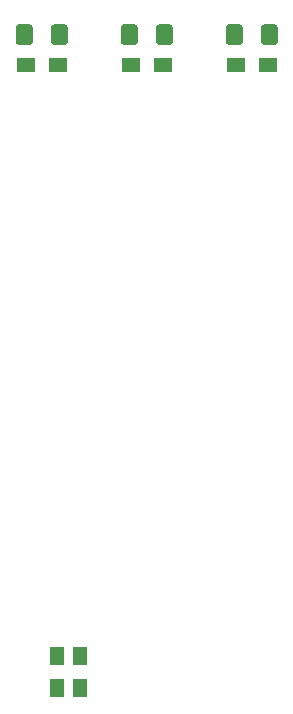
<source format=gbr>
G04 #@! TF.GenerationSoftware,KiCad,Pcbnew,(5.1.7)-1*
G04 #@! TF.CreationDate,2021-01-23T01:49:41+01:00*
G04 #@! TF.ProjectId,espbreakout,65737062-7265-4616-9b6f-75742e6b6963,rev?*
G04 #@! TF.SameCoordinates,Original*
G04 #@! TF.FileFunction,Paste,Top*
G04 #@! TF.FilePolarity,Positive*
%FSLAX46Y46*%
G04 Gerber Fmt 4.6, Leading zero omitted, Abs format (unit mm)*
G04 Created by KiCad (PCBNEW (5.1.7)-1) date 2021-01-23 01:49:41*
%MOMM*%
%LPD*%
G01*
G04 APERTURE LIST*
%ADD10R,1.500000X1.300000*%
%ADD11R,1.300000X1.500000*%
G04 APERTURE END LIST*
D10*
X47070000Y-16500000D03*
X44370000Y-16500000D03*
G36*
G01*
X44945000Y-13345000D02*
X44945000Y-14595000D01*
G75*
G02*
X44695000Y-14845000I-250000J0D01*
G01*
X43770000Y-14845000D01*
G75*
G02*
X43520000Y-14595000I0J250000D01*
G01*
X43520000Y-13345000D01*
G75*
G02*
X43770000Y-13095000I250000J0D01*
G01*
X44695000Y-13095000D01*
G75*
G02*
X44945000Y-13345000I0J-250000D01*
G01*
G37*
G36*
G01*
X47920000Y-13345000D02*
X47920000Y-14595000D01*
G75*
G02*
X47670000Y-14845000I-250000J0D01*
G01*
X46745000Y-14845000D01*
G75*
G02*
X46495000Y-14595000I0J250000D01*
G01*
X46495000Y-13345000D01*
G75*
G02*
X46745000Y-13095000I250000J0D01*
G01*
X47670000Y-13095000D01*
G75*
G02*
X47920000Y-13345000I0J-250000D01*
G01*
G37*
X55960000Y-16510000D03*
X53260000Y-16510000D03*
G36*
G01*
X53835000Y-13345000D02*
X53835000Y-14595000D01*
G75*
G02*
X53585000Y-14845000I-250000J0D01*
G01*
X52660000Y-14845000D01*
G75*
G02*
X52410000Y-14595000I0J250000D01*
G01*
X52410000Y-13345000D01*
G75*
G02*
X52660000Y-13095000I250000J0D01*
G01*
X53585000Y-13095000D01*
G75*
G02*
X53835000Y-13345000I0J-250000D01*
G01*
G37*
G36*
G01*
X56810000Y-13345000D02*
X56810000Y-14595000D01*
G75*
G02*
X56560000Y-14845000I-250000J0D01*
G01*
X55635000Y-14845000D01*
G75*
G02*
X55385000Y-14595000I0J250000D01*
G01*
X55385000Y-13345000D01*
G75*
G02*
X55635000Y-13095000I250000J0D01*
G01*
X56560000Y-13095000D01*
G75*
G02*
X56810000Y-13345000I0J-250000D01*
G01*
G37*
X64850000Y-16510000D03*
X62150000Y-16510000D03*
G36*
G01*
X62725000Y-13345000D02*
X62725000Y-14595000D01*
G75*
G02*
X62475000Y-14845000I-250000J0D01*
G01*
X61550000Y-14845000D01*
G75*
G02*
X61300000Y-14595000I0J250000D01*
G01*
X61300000Y-13345000D01*
G75*
G02*
X61550000Y-13095000I250000J0D01*
G01*
X62475000Y-13095000D01*
G75*
G02*
X62725000Y-13345000I0J-250000D01*
G01*
G37*
G36*
G01*
X65700000Y-13345000D02*
X65700000Y-14595000D01*
G75*
G02*
X65450000Y-14845000I-250000J0D01*
G01*
X64525000Y-14845000D01*
G75*
G02*
X64275000Y-14595000I0J250000D01*
G01*
X64275000Y-13345000D01*
G75*
G02*
X64525000Y-13095000I250000J0D01*
G01*
X65450000Y-13095000D01*
G75*
G02*
X65700000Y-13345000I0J-250000D01*
G01*
G37*
D11*
X48925000Y-66595000D03*
X48925000Y-69295000D03*
X46990000Y-66595000D03*
X46990000Y-69295000D03*
M02*

</source>
